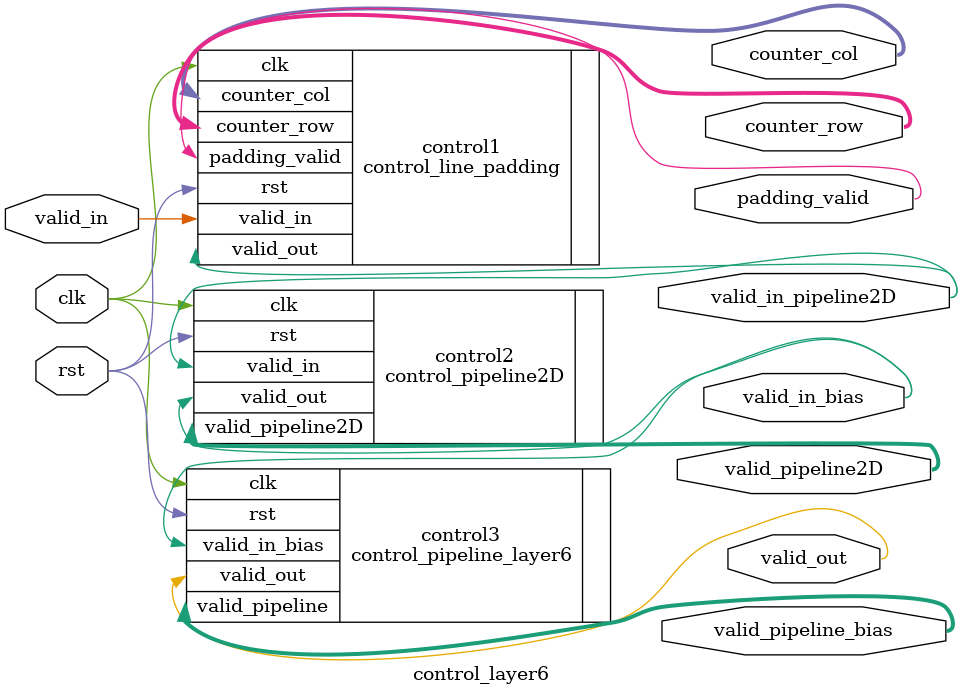
<source format=v>
module control_layer6#(
    parameter WIDTH = 5
)(
    input  clk, rst, valid_in,
    output padding_valid,
    output [31:0] counter_col, counter_row,
    output valid_in_pipeline2D,
    output [3:0] valid_pipeline2D,
    output valid_in_bias,
    output [5:0] valid_pipeline_bias,
    output  valid_out
);

    control_line_padding#(
      .WIDTH(WIDTH)
    )control1 (
      .valid_in(valid_in), 
      .clk(clk), 
      .rst(rst),
      .padding_valid(padding_valid),
      .valid_out(valid_in_pipeline2D),
      .counter_col(counter_col),
      .counter_row(counter_row)
    );   
    
    control_pipeline2D control2(
    .clk(clk), 
    .rst(rst), 
    .valid_in(valid_in_pipeline2D),
    .valid_out(valid_in_bias), 
    .valid_pipeline2D(valid_pipeline2D)
    );
    
    control_pipeline_layer6 control3(
    .valid_in_bias(valid_in_bias), 
    .clk(clk), 
    .rst(rst),
    .valid_out(valid_out), 
    .valid_pipeline(valid_pipeline_bias)
    );  
    


endmodule










</source>
